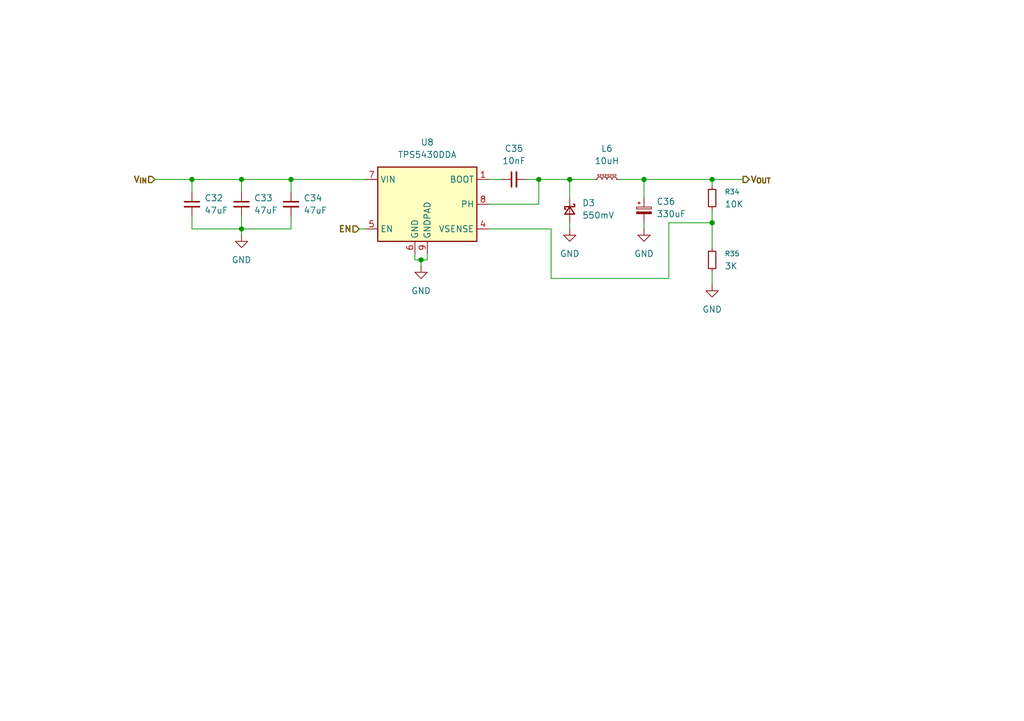
<source format=kicad_sch>
(kicad_sch (version 20250114) (generator "eeschema") (generator_version "9.0")
  (paper "A5")
  (lib_symbols
    (symbol "Device:C_Polarized_Small" (pin_numbers (hide yes)) (pin_names (offset 0.254) (hide yes))
      (property "Reference" "C" (at 0.254 1.778 0))
      (property "Value" "C_Polarized_Small" (at 0.254 -2.032 0))
      (symbol "C_Polarized_Small_0_1"
        (rectangle (start -1.524 0.6858) (end 1.524 0.3048))
        (rectangle (start -1.524 -0.3048) (end 1.524 -0.6858) (fill (type outline)))
        (polyline (pts (xy -1.27 1.524) (xy -0.762 1.524)))
        (polyline (pts (xy -1.016 1.27) (xy -1.016 1.778)))
      )
      (symbol "C_Polarized_Small_1_1"
        (pin passive line (at 0 2.54 270) (length 1.8542) (name "~") (number "1"))
        (pin passive line (at 0 -2.54 90) (length 1.8542) (name "~") (number "2"))
      )
    )
    (symbol "Device:C_Small" (pin_numbers (hide yes)) (pin_names (offset 0.254) (hide yes))
      (property "Reference" "C" (at 0.254 1.778 0))
      (property "Value" "C_Small" (at 0.254 -2.032 0))
      (symbol "C_Small_0_1"
        (polyline (pts (xy -1.524 0.508) (xy 1.524 0.508)) (stroke (width 0.3048)))
        (polyline (pts (xy -1.524 -0.508) (xy 1.524 -0.508)) (stroke (width 0.3302)))
      )
      (symbol "C_Small_1_1"
        (pin passive line (at 0 2.54 270) (length 2.032) (name "~") (number "1"))
        (pin passive line (at 0 -2.54 90) (length 2.032) (name "~") (number "2"))
      )
    )
    (symbol "Device:D_Schottky_Small" (pin_numbers (hide yes)) (pin_names (offset 0.254) (hide yes))
      (property "Reference" "D" (at -1.27 2.032 0))
      (property "Value" "D_Schottky_Small" (at -7.112 -2.032 0))
      (symbol "D_Schottky_Small_0_1"
        (polyline (pts (xy -1.27 0.762) (xy -1.27 1.016) (xy -0.762 1.016) (xy -0.762 -1.016) (xy -0.254 -1.016) (xy -0.254 -0.762)) (stroke (width 0.254)))
        (polyline (pts (xy -0.762 0) (xy 0.762 0)))
        (polyline (pts (xy 0.762 -1.016) (xy -0.762 0) (xy 0.762 1.016) (xy 0.762 -1.016)) (stroke (width 0.254)))
      )
      (symbol "D_Schottky_Small_1_1"
        (pin passive line (at -2.54 0 0) (length 1.778) (name "K") (number "1"))
        (pin passive line (at 2.54 0 180) (length 1.778) (name "A") (number "2"))
      )
    )
    (symbol "Device:L_Ferrite_Small" (pin_numbers (hide yes)) (pin_names (offset 0.254) (hide yes))
      (property "Reference" "L" (at 1.27 1.016 0))
      (property "Value" "L_Ferrite_Small" (at 1.27 -1.27 0))
      (symbol "L_Ferrite_Small_0_1"
        (arc (start 0 2.032) (mid 0.5058 1.524) (end 0 1.016))
        (arc (start 0 1.016) (mid 0.5058 0.508) (end 0 0))
        (arc (start 0 0) (mid 0.5058 -0.508) (end 0 -1.016))
        (arc (start 0 -1.016) (mid 0.5058 -1.524) (end 0 -2.032))
        (polyline (pts (xy 0.762 1.651) (xy 0.762 1.905)))
        (polyline (pts (xy 0.762 1.143) (xy 0.762 1.397)))
        (polyline (pts (xy 0.762 0.635) (xy 0.762 0.889)))
        (polyline (pts (xy 0.762 0.127) (xy 0.762 0.381)))
        (polyline (pts (xy 0.762 -0.381) (xy 0.762 -0.127)))
        (polyline (pts (xy 0.762 -0.889) (xy 0.762 -0.635)))
        (polyline (pts (xy 0.762 -1.397) (xy 0.762 -1.143)))
        (polyline (pts (xy 0.762 -1.905) (xy 0.762 -1.651)))
        (polyline (pts (xy 1.016 1.905) (xy 1.016 1.651)))
        (polyline (pts (xy 1.016 1.397) (xy 1.016 1.143)))
        (polyline (pts (xy 1.016 0.889) (xy 1.016 0.635)))
        (polyline (pts (xy 1.016 0.381) (xy 1.016 0.127)))
        (polyline (pts (xy 1.016 -0.127) (xy 1.016 -0.381)))
        (polyline (pts (xy 1.016 -0.635) (xy 1.016 -0.889)))
        (polyline (pts (xy 1.016 -1.143) (xy 1.016 -1.397)))
        (polyline (pts (xy 1.016 -1.651) (xy 1.016 -1.905)))
      )
      (symbol "L_Ferrite_Small_1_1"
        (pin passive line (at 0 2.54 270) (length 0.508) (name "~") (number "1"))
        (pin passive line (at 0 -2.54 90) (length 0.508) (name "~") (number "2"))
      )
    )
    (symbol "Device:R_Small" (pin_numbers (hide yes)) (pin_names (offset 0.254) (hide yes))
      (property "Reference" "R" (at 0 0 90))
      (property "Value" "R_Small" (at 1.778 0 90))
      (symbol "R_Small_0_1"
        (rectangle (start -0.762 1.778) (end 0.762 -1.778) (stroke (width 0.2032)))
      )
      (symbol "R_Small_1_1"
        (pin passive line (at 0 2.54 270) (length 0.762) (name "~") (number "1"))
        (pin passive line (at 0 -2.54 90) (length 0.762) (name "~") (number "2"))
      )
    )
    (symbol "Regulator_Switching:TPS5430DDA"
      (property "Reference" "U" (at -10.16 8.89 0))
      (property "Value" "TPS5430DDA" (at -1.27 8.89 0))
      (symbol "TPS5430DDA_0_1"
        (rectangle (start -10.16 7.62) (end 10.16 -7.62) (stroke (width 0.254)) (fill (type background)))
      )
      (symbol "TPS5430DDA_1_1"
        (pin power_in line (at -12.7 5.08 0) (length 2.54) (name "VIN") (number "7"))
        (pin input line (at -12.7 -5.08 0) (length 2.54) (name "EN") (number "5"))
        (pin no_connect line (at -10.16 2.54 0) (length 2.54) (hide yes) (name "NC") (number "2"))
        (pin no_connect line (at -10.16 -2.54 0) (length 2.54) (hide yes) (name "NC") (number "3"))
        (pin power_in line (at -2.54 -10.16 90) (length 2.54) (name "GND") (number "6"))
        (pin power_in line (at 0 -10.16 90) (length 2.54) (name "GNDPAD") (number "9"))
        (pin input line (at 12.7 5.08 180) (length 2.54) (name "BOOT") (number "1"))
        (pin output line (at 12.7 0 180) (length 2.54) (name "PH") (number "8"))
        (pin input line (at 12.7 -5.08 180) (length 2.54) (name "VSENSE") (number "4"))
      )
    )
    (symbol "power:GND" (power) (pin_numbers (hide yes)) (pin_names (offset 0) (hide yes))
      (property "Value" "GND" (at 0 -3.81 0))
      (symbol "GND_0_1"
        (polyline (pts (xy 0 0) (xy 0 -1.27) (xy 1.27 -1.27) (xy 0 -2.54) (xy -1.27 -1.27) (xy 0 -1.27)))
      )
      (symbol "GND_1_1"
        (pin power_in line (at 0 0 270) (length 0) (name "~") (number "1"))
      )
    )
  )
  (junction (at 59.69 36.83))
  (junction (at 132.08 36.83))
  (junction (at 49.53 36.83))
  (junction (at 146.05 45.72))
  (junction (at 116.84 36.83))
  (junction (at 86.36 53.34))
  (junction (at 146.05 36.83))
  (junction (at 39.37 36.83))
  (junction (at 110.49 36.83))
  (junction (at 49.53 46.99))
  (wire (pts (xy 39.37 36.83) (xy 39.37 39.37)))
  (wire (pts (xy 110.49 36.83) (xy 107.95 36.83)))
  (wire (pts (xy 85.09 53.34) (xy 86.36 53.34)))
  (wire (pts (xy 132.08 36.83) (xy 127 36.83)))
  (wire (pts (xy 113.03 46.99) (xy 113.03 57.15)))
  (wire (pts (xy 100.33 36.83) (xy 102.87 36.83)))
  (wire (pts (xy 49.53 44.45) (xy 49.53 46.99)))
  (wire (pts (xy 132.08 36.83) (xy 132.08 40.64)))
  (wire (pts (xy 137.16 57.15) (xy 137.16 45.72)))
  (wire (pts (xy 49.53 39.37) (xy 49.53 36.83)))
  (wire (pts (xy 59.69 39.37) (xy 59.69 36.83)))
  (wire (pts (xy 87.63 53.34) (xy 87.63 52.07)))
  (wire (pts (xy 121.92 36.83) (xy 116.84 36.83)))
  (wire (pts (xy 137.16 45.72) (xy 146.05 45.72)))
  (wire (pts (xy 116.84 36.83) (xy 116.84 40.64)))
  (wire (pts (xy 146.05 36.83) (xy 146.05 38.1)))
  (wire (pts (xy 49.53 46.99) (xy 59.69 46.99)))
  (wire (pts (xy 39.37 46.99) (xy 49.53 46.99)))
  (wire (pts (xy 59.69 46.99) (xy 59.69 44.45)))
  (wire (pts (xy 132.08 46.99) (xy 132.08 45.72)))
  (wire (pts (xy 39.37 36.83) (xy 49.53 36.83)))
  (wire (pts (xy 116.84 46.99) (xy 116.84 45.72)))
  (wire (pts (xy 59.69 36.83) (xy 74.93 36.83)))
  (wire (pts (xy 132.08 36.83) (xy 146.05 36.83)))
  (wire (pts (xy 86.36 53.34) (xy 87.63 53.34)))
  (wire (pts (xy 146.05 43.18) (xy 146.05 45.72)))
  (wire (pts (xy 146.05 36.83) (xy 152.4 36.83)))
  (wire (pts (xy 39.37 44.45) (xy 39.37 46.99)))
  (wire (pts (xy 146.05 55.88) (xy 146.05 58.42)))
  (wire (pts (xy 100.33 41.91) (xy 110.49 41.91)))
  (wire (pts (xy 100.33 46.99) (xy 113.03 46.99)))
  (wire (pts (xy 85.09 52.07) (xy 85.09 53.34)))
  (wire (pts (xy 49.53 36.83) (xy 59.69 36.83)))
  (wire (pts (xy 110.49 41.91) (xy 110.49 36.83)))
  (wire (pts (xy 110.49 36.83) (xy 116.84 36.83)))
  (wire (pts (xy 31.75 36.83) (xy 39.37 36.83)))
  (wire (pts (xy 86.36 53.34) (xy 86.36 54.61)))
  (wire (pts (xy 73.66 46.99) (xy 74.93 46.99)))
  (wire (pts (xy 49.53 46.99) (xy 49.53 48.26)))
  (wire (pts (xy 146.05 50.8) (xy 146.05 45.72)))
  (wire (pts (xy 113.03 57.15) (xy 137.16 57.15)))
  (hierarchical_label "V_{IN}" (shape input) (at 31.75 36.83 180) (effects (font (thickness 0.254) (bold yes))))
  (hierarchical_label "EN" (shape input) (at 73.66 46.99 180) (effects (font (thickness 0.254) (bold yes))))
  (hierarchical_label "V_{OUT}" (shape output) (at 152.4 36.83 0) (effects (font (thickness 0.254) (bold yes))))
  (symbol (lib_id "Regulator_Switching:TPS5430DDA") (at 87.63 41.91 0) (unit 1)
    (property "Reference" "U8" (at 87.63 29.21 0))
    (property "Value" "TPS5430DDA" (at 87.63 31.75 0))
    (property "Footprint" "CompVuelo:Texas_S-PDSO-G8_3x3mm_P0.65mm" (effects (hide yes)))
    (property "Datasheet" "http://www.ti.com/lit/ds/symlink/tps5430.pdf" (effects (hide yes)))
    (property "Description" "3A, Step Down Swift Converter, Adjustable Output Voltage, 5.5-36V Input Voltage, PowerSO-8" (effects (hide yes)))
  )
  (symbol (lib_id "Device:C_Polarized_Small") (at 132.08 43.18 0) (unit 1)
    (property "Reference" "C36" (at 134.62 41.3638 0) (effects (justify left)))
    (property "Value" "330uF" (at 134.62 43.9038 0) (effects (justify left)))
    (property "Footprint" "Capacitor_Tantalum_SMD:CP_EIA-7343-31_Kemet-D_HandSolder" (effects (hide yes)))
    (property "Description" "Polarized capacitor, small symbol" (effects (hide yes)))
  )
  (symbol (lib_id "power:GND") (at 49.53 48.26 0) (unit 1)
    (property "Reference" "#PWR081" (effects (hide yes)))
    (property "Value" "GND" (at 49.53 53.34 0))
    (property "Description" "Power symbol creates a global label with name \"GND\" , ground" (effects (hide yes)))
  )
  (symbol (lib_id "Device:C_Small") (at 59.69 41.91 0) (unit 1)
    (property "Reference" "C34" (at 62.23 40.6462 0) (effects (justify left)))
    (property "Value" "47uF" (at 62.23 43.1862 0) (effects (justify left)))
    (property "Footprint" "Capacitor_SMD:C_0805_2012Metric_Pad1.18x1.45mm_HandSolder" (effects (hide yes)))
    (property "Description" "Unpolarized capacitor, small symbol" (effects (hide yes)))
  )
  (symbol (lib_id "power:GND") (at 132.08 46.99 0) (unit 1)
    (property "Reference" "#PWR084" (effects (hide yes)))
    (property "Value" "GND" (at 132.08 52.07 0))
    (property "Description" "Power symbol creates a global label with name \"GND\" , ground" (effects (hide yes)))
  )
  (symbol (lib_id "Device:R_Small") (at 146.05 40.64 0) (unit 1)
    (property "Reference" "R34" (at 148.59 39.3699 0) (effects (font (size 1.016 1.016)) (justify left)))
    (property "Value" "10K" (at 148.59 41.9099 0) (effects (justify left)))
    (property "Footprint" "Resistor_SMD:R_0805_2012Metric_Pad1.20x1.40mm_HandSolder" (effects (hide yes)))
    (property "Description" "Resistor, small symbol" (effects (hide yes)))
  )
  (symbol (lib_id "Device:C_Small") (at 105.41 36.83 90) (unit 1)
    (property "Reference" "C35" (at 105.4163 30.48 90))
    (property "Value" "10nF" (at 105.4163 33.02 90))
    (property "Footprint" "Capacitor_SMD:C_0805_2012Metric_Pad1.18x1.45mm_HandSolder" (effects (hide yes)))
    (property "Description" "Unpolarized capacitor, small symbol" (effects (hide yes)))
  )
  (symbol (lib_id "power:GND") (at 86.36 54.61 0) (unit 1)
    (property "Reference" "#PWR082" (effects (hide yes)))
    (property "Value" "GND" (at 86.36 59.69 0))
    (property "Description" "Power symbol creates a global label with name \"GND\" , ground" (effects (hide yes)))
  )
  (symbol (lib_id "Device:D_Schottky_Small") (at 116.84 43.18 270) (unit 1)
    (property "Reference" "D3" (at 119.38 41.6559 90) (effects (justify left)))
    (property "Value" "550mV" (at 119.38 44.1959 90) (effects (justify left)))
    (property "Footprint" "Diode_SMD:D_SMA-SMB_Universal_Handsoldering" (effects (hide yes)))
    (property "Description" "Schottky diode, small symbol" (effects (hide yes)))
  )
  (symbol (lib_id "power:GND") (at 146.05 58.42 0) (unit 1)
    (property "Reference" "#PWR085" (effects (hide yes)))
    (property "Value" "GND" (at 146.05 63.5 0))
    (property "Description" "Power symbol creates a global label with name \"GND\" , ground" (effects (hide yes)))
  )
  (symbol (lib_id "power:GND") (at 116.84 46.99 0) (unit 1)
    (property "Reference" "#PWR083" (effects (hide yes)))
    (property "Value" "GND" (at 116.84 52.07 0))
    (property "Description" "Power symbol creates a global label with name \"GND\" , ground" (effects (hide yes)))
  )
  (symbol (lib_id "Device:R_Small") (at 146.05 53.34 0) (unit 1)
    (property "Reference" "R35" (at 148.59 52.0699 0) (effects (font (size 1.016 1.016)) (justify left)))
    (property "Value" "3K" (at 148.59 54.6099 0) (effects (justify left)))
    (property "Footprint" "Resistor_SMD:R_0805_2012Metric_Pad1.20x1.40mm_HandSolder" (effects (hide yes)))
    (property "Description" "Resistor, small symbol" (effects (hide yes)))
  )
  (symbol (lib_id "Device:C_Small") (at 49.53 41.91 0) (unit 1)
    (property "Reference" "C33" (at 52.07 40.6462 0) (effects (justify left)))
    (property "Value" "47uF" (at 52.07 43.1862 0) (effects (justify left)))
    (property "Footprint" "Capacitor_SMD:C_0805_2012Metric_Pad1.18x1.45mm_HandSolder" (effects (hide yes)))
    (property "Description" "Unpolarized capacitor, small symbol" (effects (hide yes)))
  )
  (symbol (lib_id "Device:C_Small") (at 39.37 41.91 0) (unit 1)
    (property "Reference" "C32" (at 41.91 40.6462 0) (effects (justify left)))
    (property "Value" "47uF" (at 41.91 43.1862 0) (effects (justify left)))
    (property "Footprint" "Capacitor_SMD:C_0805_2012Metric_Pad1.18x1.45mm_HandSolder" (effects (hide yes)))
    (property "Description" "Unpolarized capacitor, small symbol" (effects (hide yes)))
  )
  (symbol (lib_id "Device:L_Ferrite_Small") (at 124.46 36.83 90) (unit 1)
    (property "Reference" "L6" (at 124.46 30.48 90))
    (property "Value" "10uH" (at 124.46 33.02 90))
    (property "Footprint" "Inductor_SMD:L_Bourns_SRN6045TA" (effects (hide yes)))
    (property "Description" "Inductor with ferrite core, small symbol" (effects (hide yes)))
  )
)
</source>
